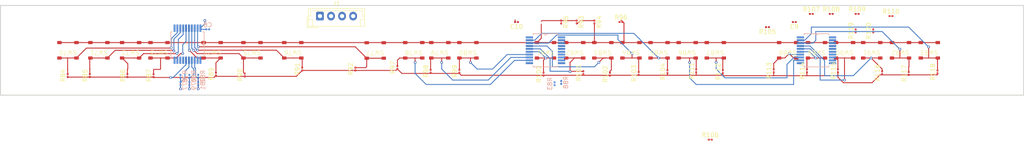
<source format=kicad_pcb>
(kicad_pcb (version 20241229) (generator "pcbnew") (generator_version "9.0")
  (layers (0 "F.Cu" signal) (2 "B.Cu" signal) (13 "F.Paste" user) (15 "B.Paste" user) (5 "F.SilkS" user "F.Silkscreen") (7 "B.SilkS" user "B.Silkscreen") (1 "F.Mask" user) (3 "B.Mask" user) (25 "Edge.Cuts" user))
  (net 0 "")
  (net 1 "Net-(U3-A1)")
  (net 2 "GND")
  (net 3 "Net-(U3-GP0)")
  (net 4 "VDD")
  (net 5 "Net-(U3-A0)")
  (net 6 "Net-(U3-A2)")
  (net 7 "Net-(U4-A0)")
  (net 8 "Net-(U3-GP1)")
  (net 9 "Net-(U3-GP2)")
  (net 10 "Net-(U3-GP3)")
  (net 11 "Net-(U3-GP4)")
  (net 12 "Net-(U3-GP5)")
  (net 13 "Net-(U3-GP6)")
  (net 14 "Net-(U3-GP7)")
  (net 15 "Net-(U4-A1)")
  (net 16 "Net-(U4-A2)")
  (net 17 "Net-(U4-GP0)")
  (net 18 "Net-(U4-GP1)")
  (net 19 "Net-(U4-GP2)")
  (net 20 "Net-(U4-GP3)")
  (net 21 "Net-(U4-GP4)")
  (net 22 "Net-(U4-GP5)")
  (net 23 "Net-(U4-GP6)")
  (net 24 "Net-(U4-GP7)")
  (net 25 "Net-(U5-A0)")
  (net 26 "Net-(U5-A1)")
  (net 27 "Net-(U5-A2)")
  (net 28 "Net-(U5-GP0)")
  (net 29 "Net-(U5-GP1)")
  (net 30 "Net-(U5-GP2)")
  (net 31 "Net-(U5-GP3)")
  (net 32 "Net-(U5-GP4)")
  (net 33 "Net-(U5-GP5)")
  (net 34 "Net-(U5-GP6)")
  (net 35 "Net-(U5-GP7)")
  (net 36 "SDA")
  (net 37 "SCL")
  (footprint "Library:PTS530" (layer "F.Cu") (at 240.645 106.25 180)
    (property "Reference" "SW91")
    (property "Value" "~")
  )
  (footprint "Library:PTS530" (layer "F.Cu") (at 79.645 106.25 180)
    (property "Reference" "SW73")
    (property "Value" "~")
  )
  (footprint "Capacitor_SMD:C_0201_0603Metric" (layer "F.Cu") (at 223.155 99.845 180)
    (property "Reference" "C9")
    (property "Value" "100nF")
  )
  (footprint "Resistor_SMD:R_0201_0603Metric" (layer "F.Cu") (at 188 111.5 90)
    (property "Reference" "R103")
    (property "Value" "4.7k")
  )
  (footprint "Resistor_SMD:R_0201_0603Metric" (layer "F.Cu") (at 243 111.345 90)
    (property "Reference" "R116")
    (property "Value" "4.7k")
  )
  (footprint "Resistor_SMD:R_0201_0603Metric" (layer "F.Cu") (at 217.0875 101 180)
    (property "Reference" "R105")
    (property "Value" "4.7k")
  )
  (footprint "Resistor_SMD:R_0201_0603Metric" (layer "F.Cu") (at 194.5 111.0875 90)
    (property "Reference" "R104")
    (property "Value" "4.7k")
  )
  (footprint "Resistor_SMD:R_0201_0603Metric" (layer "F.Cu") (at 226 110.9125 90)
    (property "Reference" "R114")
    (property "Value" "4.7k")
  )
  (footprint "Resistor_SMD:R_0201_0603Metric" (layer "F.Cu") (at 170.5 99.845 -90)
    (property "Reference" "R95")
    (property "Value" "4.7k")
  )
  (footprint "Library:PTS530" (layer "F.Cu") (at 66.07 106.25 180)
    (property "Reference" "SW71")
    (property "Value" "~")
  )
  (footprint "Resistor_SMD:R_0201_0603Metric" (layer "F.Cu") (at 166.5 111.655 90)
    (property "Reference" "R100")
    (property "Value" "4.7k")
  )
  (footprint "Library:PTS530" (layer "F.Cu") (at 234.515 106.25 180)
    (property "Reference" "SW90")
    (property "Value" "~")
  )
  (footprint "Library:PTS530" (layer "F.Cu") (at 91.645 106.25 180)
    (property "Reference" "SW74")
    (property "Value" "~")
  )
  (footprint "Resistor_SMD:R_0201_0603Metric" (layer "F.Cu") (at 174 99.845 -90)
    (property "Reference" "R93")
    (property "Value" "4.7k")
  )
  (footprint "Library:PTS530" (layer "F.Cu") (at 228.165 106.25 180)
    (property "Reference" "SW89")
    (property "Value" "~")
  )
  (footprint "Library:PTS530" (layer "F.Cu") (at 100.645 106.25 180)
    (property "Reference" "SW75")
    (property "Value" "~")
  )
  (footprint "Resistor_SMD:R_0201_0603Metric" (layer "F.Cu") (at 124 110.5 90)
    (property "Reference" "R92")
    (property "Value" "4.7k")
  )
  (footprint "Resistor_SMD:R_0201_0603Metric" (layer "F.Cu") (at 249 111.5 90)
    (property "Reference" "R117")
    (property "Value" "4.7k")
  )
  (footprint "Resistor_SMD:R_0201_0603Metric" (layer "F.Cu") (at 184 99.845)
    (property "Reference" "R96")
    (property "Value" "4.7k")
  )
  (footprint "Resistor_SMD:R_0201_0603Metric" (layer "F.Cu") (at 147.5 111 90)
    (property "Reference" "R99")
    (property "Value" "4.7k")
  )
  (footprint "Resistor_SMD:R_0201_0603Metric" (layer "F.Cu") (at 72.502787 111.98 90)
    (property "Reference" "R86")
    (property "Value" "4.7k" (hide yes))
  )
  (footprint "Library:PTS530" (layer "F.Cu") (at 173.555 106.25 180)
    (property "Reference" "SW82")
    (property "Value" "~")
  )
  (footprint "Library:PTS530" (layer "F.Cu") (at 149.425 106.25 180)
    (property "Reference" "SW80")
    (property "Value" "~")
  )
  (footprint "Resistor_SMD:R_0201_0603Metric" (layer "F.Cu") (at 237 101.845 90)
    (property "Reference" "R119")
    (property "Value" "4.7k")
  )
  (footprint "Resistor_SMD:R_0201_0603Metric" (layer "F.Cu") (at 227 98)
    (property "Reference" "R107")
    (property "Value" "4.7k")
  )
  (footprint "Library:PTS530" (layer "F.Cu") (at 192.605 106.25 180)
    (property "Reference" "SW85")
    (property "Value" "~")
  )
  (footprint "Library:PTS530" (layer "F.Cu") (at 109.865 106.25 180)
    (property "Reference" "SW76")
    (property "Value" "~")
  )
  (footprint "Resistor_SMD:R_0201_0603Metric" (layer "F.Cu") (at 201 110.9125 90)
    (property "Reference" "R111")
    (property "Value" "4.7k")
  )
  (footprint "Library:PTS530" (layer "F.Cu") (at 221.655 106.25 180)
    (property "Reference" "SW88")
    (property "Value" "~")
  )
  (footprint "Library:PTS530" (layer "F.Cu") (at 166.945 106.25 180)
    (property "Reference" "SW81")
    (property "Value" "~")
  )
  (footprint "Library:PTS530" (layer "F.Cu") (at 59.075 106.25 180)
    (property "Reference" "SW70")
    (property "Value" "~")
  )
  (footprint "Resistor_SMD:R_0201_0603Metric" (layer "F.Cu") (at 133.5 110.155 90)
    (property "Reference" "R97")
    (property "Value" "4.7k")
  )
  (footprint "Library:PTS530" (layer "F.Cu") (at 247.145 106.25 180)
    (property "Reference" "SW92")
    (property "Value" "~")
  )
  (footprint "Resistor_SMD:R_0201_0603Metric" (layer "F.Cu") (at 178 99.845 -90)
    (property "Reference" "R94")
    (property "Value" "4.7k")
  )
  (footprint "Resistor_SMD:R_0201_0603Metric" (layer "F.Cu") (at 78.4125 111.98 90)
    (property "Reference" "R87")
    (property "Value" "4.7k")
  )
  (footprint "Library:PTS530" (layer "F.Cu") (at 205.305 106.25 180)
    (property "Reference" "SW87")
    (property "Value" "~")
  )
  (footprint "Library:PTS530" (layer "F.Cu") (at 179.905 106.25 180)
    (property "Reference" "SW83")
    (property "Value" "~")
  )
  (footprint "Library:PTS530" (layer "F.Cu") (at 143.075 106.25 180)
    (property "Reference" "SW79")
    (property "Value" "~")
  )
  (footprint "Library:PTS530" (layer "F.Cu") (at 128.485 106.29 180)
    (property "Reference" "SW77")
    (property "Value" "~")
  )
  (footprint "Resistor_SMD:R_0201_0603Metric" (layer "F.Cu") (at 112 110.5 90)
    (property "Reference" "R91")
    (property "Value" "4.7k")
  )
  (footprint "Resistor_SMD:R_0201_0603Metric" (layer "F.Cu") (at 233 110.9125 90)
    (property "Reference" "R115")
    (property "Value" "4.7k")
  )
  (footprint "Resistor_SMD:R_0201_0603Metric" (layer "F.Cu") (at 245 98.5)
    (property "Reference" "R110")
    (property "Value" "4.7k")
  )
  (footprint "Resistor_SMD:R_0201_0603Metric" (layer "F.Cu") (at 241 101.845 90)
    (property "Reference" "R120")
    (property "Value" "4.7k")
  )
  (footprint "Capacitor_SMD:C_0201_0603Metric" (layer "F.Cu") (at 160.405 99.845 180)
    (property "Reference" "C10")
    (property "Value" "100nF")
  )
  (footprint "Resistor_SMD:R_0201_0603Metric" (layer "F.Cu") (at 141 111 90)
    (property "Reference" "R98")
    (property "Value" "4.7k")
  )
  (footprint "Resistor_SMD:R_0201_0603Metric" (layer "F.Cu") (at 255.5 111.155 90)
    (property "Reference" "R118")
    (property "Value" "4.7k")
  )
  (footprint "Resistor_SMD:R_0201_0603Metric" (layer "F.Cu") (at 175.5 111.345 90)
    (property "Reference" "R101")
    (property "Value" "4.7k")
  )
  (footprint "Resistor_SMD:R_0201_0603Metric" (layer "F.Cu") (at 218.5 110.9125 90)
    (property "Reference" "R113")
    (property "Value" "4.7k")
  )
  (footprint "Resistor_SMD:R_0201_0603Metric" (layer "F.Cu") (at 231.5 98)
    (property "Reference" "R108")
    (property "Value" "4.7k")
  )
  (footprint "Resistor_SMD:R_0201_0603Metric" (layer "F.Cu") (at 99 111.845 90)
    (property "Reference" "R90")
    (property "Value" "4.7k")
  )
  (footprint "Library:PTS530" (layer "F.Cu") (at 73.225 106.25 180)
    (property "Reference" "SW72")
    (property "Value" "~")
  )
  (footprint "Resistor_SMD:R_0201_0603Metric" (layer "F.Cu") (at 204.155 126.5)
    (property "Reference" "R106")
    (property "Value" "4.7k")
  )
  (footprint "Library:PTS530" (layer "F.Cu") (at 186.255 106.25 180)
    (property "Reference" "SW84")
    (property "Value" "~")
  )
  (footprint "Resistor_SMD:R_0201_0603Metric" (layer "F.Cu") (at 181.5 111.655 90)
    (property "Reference" "R102")
    (property "Value" "4.7k")
  )
  (footprint "Resistor_SMD:R_0201_0603Metric" (layer "F.Cu") (at 207 111.0875 90)
    (property "Reference" "R112")
    (property "Value" "4.7k")
  )
  (footprint "Resistor_SMD:R_0201_0603Metric" (layer "F.Cu") (at 237.345 98)
    (property "Reference" "R109")
    (property "Value" "4.7k")
  )
  (footprint "Library:PTS530" (layer "F.Cu") (at 253.645 106.25 180)
    (property "Reference" "SW93")
    (property "Value" "~")
  )
  (footprint "Resistor_SMD:R_0201_0603Metric" (layer "F.Cu") (at 59.008979 111.98 90)
    (property "Reference" "R84")
    (property "Value" "4.7k")
  )
  (footprint "Resistor_SMD:R_0201_0603Metric" (layer "F.Cu") (at 64.010856 111.98 90)
    (property "Reference" "R85")
    (property "Value" "4.7k")
  )
  (footprint "Resistor_SMD:R_0201_0603Metric" (layer "F.Cu") (at 92.5 111.655 90)
    (property "Reference" "R89")
    (property "Value" "4.7k")
  )
  (footprint "Connector_JST:JST_EH_B4B-EH-A_1x04_P2.50mm_Vertical" (layer "F.Cu") (at 116 98.5)
    (property "Reference" "J1")
    (property "Value" "Conn_01x04_Pin")
  )
  (footprint "Library:PTS530" (layer "F.Cu") (at 137.19 106.25 180)
    (property "Reference" "SW78")
    (property "Value" "~")
  )
  (footprint "Library:PTS530" (layer "F.Cu") (at 198.955 106.25 180)
    (property "Reference" "SW86")
    (property "Value" "~")
  )
  (footprint "Library:SOP65P780X200-20N" (layer "B.Cu") (at 228.165 106.25 180)
    (property "Reference" "U5" (hide yes))
    (property "Value" "MCP23008-E_SS" (hide yes))
  )
  (footprint "Resistor_SMD:R_0201_0603Metric" (layer "B.Cu") (at 84.5 113.835 90)
    (property "Reference" "R77")
    (property "Value" "4.7k")
  )
  (footprint "Resistor_SMD:R_0201_0603Metric" (layer "B.Cu") (at 84.5 112.18 90)
    (property "Reference" "R78")
    (property "Value" "4.7k")
  )
  (footprint "Capacitor_SMD:C_0201_0603Metric" (layer "B.Cu") (at 90.655 101.5 180)
    (property "Reference" "C8")
    (property "Value" "100nF")
  )
  (footprint "Library:SOP65P780X200-20N" (layer "B.Cu") (at 166.945 106.25 180)
    (property "Reference" "U4" (hide yes))
    (property "Value" "MCP23008-E_SS" (hide yes))
  )
  (footprint "Resistor_SMD:R_0201_0603Metric" (layer "B.Cu") (at 86.5 112.155 90)
    (property "Reference" "R80")
    (property "Value" "4.7k")
  )
  (footprint "Resistor_SMD:R_0201_0603Metric" (layer "B.Cu") (at 88.5 112.155 90)
    (property "Reference" "R82")
    (property "Value" "4.7k")
  )
  (footprint "Resistor_SMD:R_0201_0603Metric" (layer "B.Cu") (at 88.5 113.81 90)
    (property "Reference" "R81")
    (property "Value" "4.7k")
  )
  (footprint "Resistor_SMD:R_0201_0603Metric" (layer "B.Cu") (at 170.5 113.535 90)
    (property "Reference" "R88")
    (property "Value" "4.7k")
  )
  (footprint "Library:SOP65P780X200-20N" (layer "B.Cu") (at 86.079 104.8678 90)
    (property "Reference" "U3" (hide yes))
    (property "Value" "MCP23008-E_SS" (hide yes))
  )
  (footprint "Resistor_SMD:R_0201_0603Metric" (layer "B.Cu") (at 86.507148 113.804868 90)
    (property "Reference" "R79")
    (property "Value" "4.7k")
  )
  (footprint "Resistor_SMD:R_0201_0603Metric" (layer "B.Cu") (at 169 113.845 -90)
    (property "Reference" "R83")
    (property "Value" "4.7k")
  )
  (gr_rect (start 43.825 96.09) (end 274.965 116.41) (stroke (width 0.2)) (fill no) (layer "Edge.Cuts"))
  (segment (start 86.5 113.47772) (end 86.507148 113.484868) (width 0.2) (layer "B.Cu") (net 1))
  (segment (start 87.0442 108.5) (end 87.0442 110.0442) (width 0.2) (layer "B.Cu") (net 1))
  (segment (start 87.0442 110.0442) (end 87.5 110.5) (width 0.2) (layer "B.Cu") (net 1))
  (segment (start 87.5 110.5) (end 87.5 111.63487) (width 0.2) (layer "B.Cu") (net 1))
  (segment (start 86.65987 112.475) (end 86.5 112.475) (width 0.2) (layer "B.Cu") (net 1))
  (segment (start 86.5 112.475) (end 86.5 113.47772) (width 0.2) (layer "B.Cu") (net 1))
  (segment (start 87.5 111.63487) (end 86.65987 112.475) (width 0.2) (layer "B.Cu") (net 1))
  (segment (start 178 104.48) (end 177.98 104.5) (width 0.2) (layer "F.Cu") (net 2))
  (segment (start 184 99.525) (end 184.15987 99.525) (width 0.2) (layer "F.Cu") (net 2))
  (segment (start 178 100.165) (end 178 104.48) (width 0.2) (layer "F.Cu") (net 2))
  (segment (start 85.5 104.5) (end 255.57 104.5) (width 0.2) (layer "F.Cu") (net 2))
  (segment (start 166 103.52) (end 166 100.32) (width 0.2) (layer "F.Cu") (net 2))
  (segment (start 57.15 104.5) (end 85.5 104.5) (width 0.2) (layer "F.Cu") (net 2))
  (segment (start 184.15987 99.525) (end 184.68 100.04513) (width 0.2) (layer "F.Cu") (net 2))
  (segment (start 184.68 100.04513) (end 184.68 104.15) (width 0.2) (layer "F.Cu") (net 2))
  (segment (start 165.02 104.5) (end 166 103.52) (width 0.2) (layer "F.Cu") (net 2))
  (segment (start 184.68 104.15) (end 184.33 104.5) (width 0.2) (layer "F.Cu") (net 2))
  (segment (start 59.008979 110.508979) (end 59 110.5) (width 0.2) (layer "F.Cu") (net 3))
  (segment (start 82.4 105.65) (end 82.3 105.75) (width 0.2) (layer "F.Cu") (net 3))
  (segment (start 59 110.5) (end 59 108) (width 0.2) (layer "F.Cu") (net 3))
  (segment (start 57.15 108) (end 59 108) (width 0.2) (layer "F.Cu") (net 3))
  (segment (start 63.25 105.75) (end 61 108) (width 0.2) (layer "F.Cu") (net 3))
  (segment (start 59.008979 111.66) (end 59.008979 110.508979) (width 0.2) (layer "F.Cu") (net 3))
  (segment (start 82.3 105.75) (end 63.25 105.75) (width 0.2) (layer "F.Cu") (net 3))
  (segment (start 59 108) (end 61 108) (width 0.2) (layer "F.Cu") (net 3))
  (via (at 82.4 105.65) (size 0.6) (drill 0.3) (layers "F.Cu" "B.Cu") (net 3))
  (segment (start 82.4 105.65) (end 82.4 103.637) (width 0.2) (layer "B.Cu") (net 3))
  (segment (start 82.4 103.637) (end 83.793 102.244) (width 0.2) (layer "B.Cu") (net 3))
  (segment (start 83.793 102.244) (end 83.793 101.2356) (width 0.2) (layer "B.Cu") (net 3))
  (segment (start 110.655 112.165) (end 99 112.165) (width 0.2) (layer "F.Cu") (net 4))
  (segment (start 147.5 111.5) (end 147.9125 111.9125) (width 0.2) (layer "F.Cu") (net 4))
  (segment (start 82.25 112.4125) (end 84.5 112.4125) (width 0.2) (layer "F.Cu") (net 4))
  (segment (start 242.5 111.825) (end 255.5 111.825) (width 0.2) (layer "F.Cu") (net 4))
  (segment (start 133.5 110.5) (end 134.5 111.5) (width 0.2) (layer "F.Cu") (net 4))
  (segment (start 160.085 99.345) (end 160.085 99.845) (width 0.2) (layer "F.Cu") (net 4))
  (segment (start 240.724 113.601) (end 242.5 111.825) (width 0.2) (layer "F.Cu") (net 4))
  (segment (start 78.5 112.4125) (end 82.25 112.4125) (width 0.2) (layer "F.Cu") (net 4))
  (segment (start 255.5 111.825) (end 255.5 111.475) (width 0.2) (layer "F.Cu") (net 4))
  (segment (start 147.9125 111.9125) (end 194.5 111.9125) (width 0.2) (layer "F.Cu") (net 4))
  (segment (start 194.5 111.9125) (end 201 111.9125) (width 0.2) (layer "F.Cu") (net 4))
  (segment (start 226 111.2325) (end 226 112) (width 0.2) (layer "F.Cu") (net 4))
  (segment (start 86.5 115) (end 86.5 112.4125) (width 0.2) (layer "F.Cu") (net 4))
  (segment (start 226 112) (end 232.825 112) (width 0.2) (layer "F.Cu") (net 4))
  (segment (start 124 110.82) (end 112 110.82) (width 0.2) (layer "F.Cu") (net 4))
  (segment (start 233 111.825) (end 233 112.349943) (width 0.2) (layer "F.Cu") (net 4))
  (segment (start 232.825 112) (end 233 111.825) (width 0.2) (layer "F.Cu") (net 4))
  (segment (start 170.5 99.525) (end 174 99.525) (width 0.2) (layer "F.Cu") (net 4))
  (segment (start 88.5 115) (end 88.5 112.4125) (width 0.2) (layer "F.Cu") (net 4))
  (segment (start 134.5 111.5) (end 147.5 111.5) (width 0.2) (layer "F.Cu") (net 4))
  (segment (start 234.251057 113.601) (end 240.724 113.601) (width 0.2) (layer "F.Cu") (net 4))
  (segment (start 59 112.325) (end 78.4125 112.325) (width 0.2) (layer "F.Cu") (net 4))
  (segment (start 166.155 99.525) (end 170.5 99.525) (width 0.2) (layer "F.Cu") (net 4))
  (segment (start 84.5 115) (end 84.5 112.4125) (width 0.2) (layer "F.Cu") (net 4))
  (segment (start 78.4125 112.325) (end 78.5 112.4125) (width 0.2) (layer "F.Cu") (net 4))
  (segment (start 218.5 111.2325) (end 218.5 112) (width 0.2) (layer "F.Cu") (net 4))
  (segment (start 86.5 112.4125) (end 88.5 112.4125) (width 0.2) (layer "F.Cu") (net 4))
  (segment (start 206.9125 111.9125) (end 207 112) (width 0.2) (layer "F.Cu") (net 4))
  (segment (start 207 111.4075) (end 207 111.825) (width 0.2) (layer "F.Cu") (net 4))
  (segment (start 166 99.68) (end 166.155 99.525) (width 0.2) (layer "F.Cu") (net 4))
  (segment (start 207 112) (end 218.5 112) (width 0.2) (layer "F.Cu") (net 4))
  (segment (start 92.2475 112.165) (end 99 112.165) (width 0.2) (layer "F.Cu") (net 4))
  (segment (start 194.5 111.4075) (end 194.5 111.9125) (width 0.2) (layer "F.Cu") (net 4))
  (segment (start 233 111.2325) (end 233 111.825) (width 0.2) (layer "F.Cu") (net 4))
  (segment (start 233 112.349943) (end 234.251057 113.601) (width 0.2) (layer "F.Cu") (net 4))
  (segment (start 88.5 112.4125) (end 92.0625 112.4125) (width 0.2) (layer "F.Cu") (net 4))
  (segment (start 92.0625 112.4125) (end 92.5 111.975) (width 0.2) (layer "F.Cu") (net 4))
  (segment (start 201 111.9125) (end 206.9125 111.9125) (width 0.2) (layer "F.Cu") (net 4))
  (segment (start 207 111.825) (end 206.9125 111.9125) (width 0.2) (layer "F.Cu") (net 4))
  (segment (start 133.155 110.82) (end 124 110.82) (width 0.2) (layer "F.Cu") (net 4))
  (segment (start 201 111.2325) (end 201 111.9125) (width 0.2) (layer "F.Cu") (net 4))
  (segment (start 133.5 110.475) (end 133.155 110.82) (width 0.2) (layer "F.Cu") (net 4))
  (segment (start 112 110.82) (end 110.655 112.165) (width 0.2) (layer "F.Cu") (net 4))
  (segment (start 218.5 112) (end 226 112) (width 0.2) (layer "F.Cu") (net 4))
  (segment (start 84.5 112.4125) (end 86.5 112.4125) (width 0.2) (layer "F.Cu") (net 4))
  (via (at 82.25 112.4125) (size 0.6) (drill 0.3) (layers "F.Cu" "B.Cu") (net 4))
  (via (at 88.5 115) (size 0.6) (drill 0.3) (layers "F.Cu" "B.Cu") (net 4))
  (via (at 90 99.5) (size 0.6) (drill 0.3) (layers "F.Cu" "B.Cu") (net 4))
  (via (at 86.5 115) (size 0.6) (drill 0.3) (layers "F.Cu" "B.Cu") (net 4))
  (via (at 84.5 115) (size 0.6) (drill 0.3) (layers "F.Cu" "B.Cu") (net 4))
  (segment (start 89.2644 101.5) (end 89 101.2356) (width 0.2) (layer "B.Cu") (net 4))
  (segment (start 84.5 114.155) (end 84.5 115) (width 0.2) (layer "B.Cu") (net 4))
  (segment (start 90 99.5) (end 90 100.2356) (width 0.2) (layer "B.Cu") (net 4))
  (segment (start 86.51228 114.13) (end 86.507148 114.124868) (width 0.2) (layer "B.Cu") (net 4))
  (segment (start 84.5 114.155) (end 84.5 114.046) (width 0.2) (layer "B.Cu") (net 4))
  (segment (start 90.335 101.5) (end 89.2644 101.5) (width 0.2) (layer "B.Cu") (net 4))
  (segment (start 90 100.2356) (end 89 101.2356) (width 0.2) (layer "B.Cu") (net 4))
  (segment (start 85.7488 108.5) (end 85.7488 109.5012) (width 0.2) (layer "B.Cu") (net 4))
  (segment (start 88.5 115) (end 88.5 114.13) (width 0.2) (layer "B.Cu") (net 4))
  (segment (start 85.7488 109.5012) (end 82.8375 112.4125) (width 0.2) (layer "B.Cu") (net 4))
  (segment (start 86.5 114.132016) (end 86.507148 114.124868) (width 0.2) (layer "B.Cu") (net 4))
  (segment (start 82.8375 112.4125) (end 82.25 112.4125) (width 0.2) (layer "B.Cu") (net 4))
  (segment (start 86.5 115) (end 86.5 114.132016) (width 0.2) (layer "B.Cu") (net 4))
  (segment (start 85.5 111) (end 85.5 112.515) (width 0.2) (layer "B.Cu") (net 5))
  (segment (start 85.5 112.515) (end 84.5 113.515) (width 0.2) (layer "B.Cu") (net 5))
  (segment (start 86.4092 110.0908) (end 85.5 111) (width 0.2) (layer "B.Cu") (net 5))
  (segment (start 86.4092 108.5) (end 86.4092 110.0908) (width 0.2) (layer "B.Cu") (net 5))
  (segment (start 84.5 112.5) (end 84.5 113.515) (width 0.2) (layer "B.Cu") (net 5))
  (segment (start 88.5 112.475) (end 88.5 113.49) (width 0.2) (layer "B.Cu") (net 6))
  (segment (start 88.300001 112.475) (end 87.901 112.075999) (width 0.2) (layer "B.Cu") (net 6))
  (segment (start 87.901 112.075999) (end 87.901 110.3339) (width 0.2) (layer "B.Cu") (net 6))
  (segment (start 87.901 110.3339) (end 87.7046 110.1375) (width 0.2) (layer "B.Cu") (net 6))
  (segment (start 88.5 112.475) (end 88.300001 112.475) (width 0.2) (layer "B.Cu") (net 6))
  (segment (start 87.7046 110.1375) (end 87.7046 108.5) (width 0.2) (layer "B.Cu") (net 6))
  (segment (start 82.85 106.25) (end 69.745 106.25) (width 0.2) (layer "F.Cu") (net 8))
  (segment (start 83 106.4) (end 82.85 106.25) (width 0.2) (layer "F.Cu") (net 8))
  (segment (start 64.145 108) (end 66 108) (width 0.2) (layer "F.Cu") (net 8))
  (segment (start 64.010856 111.66) (end 64.010856 110.510856) (width 0.2) (layer "F.Cu") (net 8))
  (segment (start 64 108.145) (end 64.145 108) (width 0.2) (layer "F.Cu") (net 8))
  (segment (start 64 110.5875) (end 64 110.5) (width 0.2) (layer "F.Cu") (net 8))
  (segment (start 69.745 106.25) (end 67.995 108) (width 0.2) (layer "F.Cu") (net 8))
  (segment (start 66 108) (end 67.995 108) (width 0.2) (layer "F.Cu") (net 8))
  (segment (start 64 110.5) (end 64 108.145) (width 0.2) (layer "F.Cu") (net 8))
  (segment (start 64.010856 110.510856) (end 64 110.5) (width 0.2) (layer "F.Cu") (net 8))
  (via (at 83 106.4) (size 0.6) (drill 0.3) (layers "F.Cu" "B.Cu") (net 8))
  (segment (start 83 103.7145) (end 84.4534 102.2611) (width 0.2) (layer "B.Cu") (net 8))
  (segment (start 84.4534 102.2611) (end 84.4534 101.2356) (width 0.2) (layer "B.Cu") (net 8))
  (segment (start 83 106.4) (end 83 103.7145) (width 0.2) (layer "B.Cu") (net 8))
  (segment (start 83.700735 106.950735) (end 83.65147 107) (width 0.2) (layer "F.Cu") (net 9))
  (segment (start 74 108) (end 71.3 108) (width 0.2) (layer "F.Cu") (net 9))
  (segment (start 74.004183 108) (end 75.15 108) (width 0.2) (layer "F.Cu") (net 9))
  (segment (start 72.5875 109.2875) (end 71.3 108) (width 0.2) (layer "F.Cu") (net 9))
  (segment (start 72.54375 110.54375) (end 72.5875 110.5) (width 0.2) (layer "F.Cu") (net 9))
  (segment (start 72.5 110.5875) (end 72.54375 110.54375) (width 0.2) (layer "F.Cu") (net 9))
  (segment (start 83.65147 107) (end 76.15 107) (width 0.2) (layer "F.Cu") (net 9))
  (segment (start 72.502787 111.66) (end 72.502787 110.584713) (width 0.2) (layer "F.Cu") (net 9))
  (segment (start 76.15 107) (end 75.15 108) (width 0.2) (layer "F.Cu") (net 9))
  (segment (start 72.5875 110.5) (end 72.5875 109.2875) (width 0.2) (layer "F.Cu") (net 9))
  (segment (start 74.004183 108.004183) (end 74 108) (width 0.2) (layer "F.Cu") (net 9))
  (segment (start 72.502787 110.584713) (end 72.54375 110.54375) (width 0.2) (layer "F.Cu") (net 9))
  (via (at 83.700735 106.950735) (size 0.6) (drill 0.3) (layers "F.Cu" "B.Cu") (net 9))
  (segment (start 85.1138 102.6684) (end 85.1138 101.2356) (width 0.2) (layer "B.Cu") (net 9))
  (segment (start 83.700735 106.950735) (end 84 106.65147) (width 0.2) (layer "B.Cu") (net 9))
  (segment (start 84 103.7822) (end 85.1138 102.6684) (width 0.2) (layer "B.Cu") (net 9))
  (segment (start 84 106.65147) (end 84 103.7822) (width 0.2) (layer "B.Cu") (net 9))
  (segment (start 78.4125 111.66) (end 78.4125 110.675) (width 0.2) (layer "F.Cu") (net 10))
  (segment (start 78.5 110.5875) (end 79.9125 110.5875) (width 0.2) (layer "F.Cu") (net 10))
  (segment (start 83.5 108) (end 81.57 108) (width 0.2) (layer "F.Cu") (net 10))
  (segment (start 85 107) (end 84.5 107) (width 0.2) (layer "F.Cu") (net 10))
  (segment (start 80 108) (end 80 110.5) (width 0.2) (layer "F.Cu") (net 10))
  (segment (start 84.5 107) (end 83.5 108) (width 0.2) (layer "F.Cu") (net 10))
  (segment (start 78.4125 110.675) (end 78.5 110.5875) (width 0.2) (layer "F.Cu") (net 10))
  (segment (start 77.72 108) (end 80 108) (width 0.2) (layer "F.Cu") (net 10))
  (segment (start 80 108) (end 81.57 108) (width 0.2) (layer "F.Cu") (net 10))
  (via (at 85 107) (size 0.6) (drill 0.3) (layers "F.Cu" "B.Cu") (net 10))
  (segment (start 85 105) (end 85.75 104.25) (width 0.2) (layer "B.Cu") (net 10))
  (segment (start 85 107) (end 85 105) (width 0.2) (layer "B.Cu") (net 10))
  (segment (start 85.7488 103.7488) (end 85.7488 101.2356) (width 0.2) (layer "B.Cu") (net 10))
  (segment (start 85.75 103.75) (end 85.7488 103.7488) (width 0.2) (layer "B.Cu") (net 10))
  (segment (start 85.75 104.25) (end 85.75 103.75) (width 0.2) (layer "B.Cu") (net 10))
  (segment (start 89.72 108) (end 91.5 108) (width 0.2) (layer "F.Cu") (net 11))
  (segment (start 91.5 108) (end 93.57 108) (width 0.2) (layer "F.Cu") (net 11))
  (segment (start 92.5 111.335) (end 92.5 109.07) (width 0.2) (layer "F.Cu") (net 11))
  (segment (start 92.5 109.07) (end 93.57 108) (width 0.2) (layer "F.Cu") (net 11))
  (segment (start 88.25 108) (end 86.5 106.25) (width 0.2) (layer "F.Cu") (net 11))
  (segment (start 89.72 108) (end 88.25 108) (width 0.2) (layer "F.Cu") (net 11))
  (via (at 86.5 106.25) (size 0.6) (drill 0.3) (layers "F.Cu" "B.Cu") (net 11))
  (segment (start 86.4092 101.2356) (end 86.4092 106.1592) (width 0.2) (layer "B.Cu") (net 11))
  (segment (start 86.4092 106.1592) (end 86.5 106.25) (width 0.2) (layer "B.Cu") (net 11))
  (segment (start 100 108) (end 101 108) (width 0.2) (layer "F.Cu") (net 12))
  (segment (start 97.72 107) (end 88.25 107) (width 0.2) (layer "F.Cu") (net 12))
  (segment (start 88.25 107) (end 87.5 106.25) (width 0.2) (layer "F.Cu") (net 12))
  (segment (start 98.72 108) (end 98.72 111.245) (width 0.2) (layer "F.Cu") (net 12))
  (segment (start 98.72 108) (end 97.72 107) (width 0.2) (layer "F.Cu") (net 12))
  (segment (start 98.72 111.245) (end 99 111.525) (width 0.2) (layer "F.Cu") (net 12))
  (segment (start 101 108) (end 102.57 108) (width 0.2) (layer "F.Cu") (net 12))
  (segment (start 98.72 108) (end 100 108) (width 0.2) (layer "F.Cu") (net 12))
  (via (at 87.5 106.25) (size 0.6) (drill 0.3) (layers "F.Cu" "B.Cu") (net 12))
  (segment (start 87.5 106.25) (end 87.0442 105.7942) (width 0.2) (layer "B.Cu") (net 12))
  (segment (start 87.0442 105.7942) (end 87.0442 101.2356) (width 0.2) (layer "B.Cu") (net 12))
  (segment (start 107.94 108) (end 110 108) (width 0.2) (layer "F.Cu") (net 13))
  (segment (start 112 110.18) (end 112 108.21) (width 0.2) (layer "F.Cu") (net 13))
  (segment (start 107.94 108) (end 106.165737 106.225737) (width 0.2) (layer "F.Cu") (net 13))
  (segment (start 110 108) (end 111.79 108) (width 0.2) (layer "F.Cu") (net 13))
  (segment (start 106.165737 106.225737) (end 88.324266 106.225737) (width 0.2) (layer "F.Cu") (net 13))
  (segment (start 112 108.21) (end 111.79 108) (width 0.2) (layer "F.Cu") (net 13))
  (via (at 88.324266 106.225737) (size 0.6) (drill 0.3) (layers "F.Cu" "B.Cu") (net 13))
  (segment (start 87.7046 105.606071) (end 87.7046 101.2356) (width 0.2) (layer "B.Cu") (net 13))
  (segment (start 88.324266 106.225737) (end 87.7046 105.606071) (width 0.2) (layer "B.Cu") (net 13))
  (segment (start 126.32 110.18) (end 126.56 109.94) (width 0.2) (layer "F.Cu") (net 14))
  (segment (start 123.968205 105.448205) (end 88.512542 105.448205) (width 0.2) (layer "F.Cu") (net 14))
  (segment (start 126.56 108.04) (end 128 108.04) (width 0.2) (layer "F.Cu") (net 14))
  (segment (start 128 108.04) (end 130.41 108.04) (width 0.2) (layer "F.Cu") (net 14))
  (segment (start 126.56 109.94) (end 126.56 108.04) (width 0.2) (layer "F.Cu") (net 14))
  (segment (start 124 110.18) (end 126.32 110.18) (width 0.2) (layer "F.Cu") (net 14))
  (segment (start 126.56 108.04) (end 123.968205 105.448205) (width 0.2) (layer "F.Cu") (net 14))
  (via (at 88.512542 105.448205) (size 0.6) (drill 0.3) (layers "F.Cu" "B.Cu") (net 14))
  (segment (start 88.512542 105.448205) (end 88.365 105.300663) (width 0.2) (layer "B.Cu") (net 14))
  (segment (start 88.365 105.300663) (end 88.365 101.2356) (width 0.2) (layer "B.Cu") (net 14))
  (segment (start 174.15987 100.165) (end 174 100.165) (width 0.2) (layer "F.Cu") (net 15))
  (segment (start 174.79987 99.525) (end 174.15987 100.165) (width 0.2) (layer "F.Cu") (net 15))
  (segment (start 178 99.525) (end 174.79987 99.525) (width 0.2) (layer "F.Cu") (net 15))
  (segment (start 137.5 108) (end 135.265 108) (width 0.2) (layer "F.Cu") (net 17))
  (segment (start 137.5 108) (end 139.115 108) (width 0.2) (layer "F.Cu") (net 17))
  (segment (start 133.5 108.5) (end 134 108) (width 0.2) (layer "F.Cu") (net 17))
  (segment (start 137.5 109) (end 137.5 108) (width 0.2) (layer "F.Cu") (net 17))
  (segment (start 134 108) (end 135.265 108) (width 0.2) (layer "F.Cu") (net 17))
  (segment (start 133.5 109.835) (end 133.5 108.5) (width 0.2) (layer "F.Cu") (net 17))
  (via (at 137.5 109) (size 0.6) (drill 0.3) (layers "F.Cu" "B.Cu") (net 17))
  (segment (start 159.964 108.536) (end 163.3128 108.536) (width 0.2) (layer "B.Cu") (net 17))
  (segment (start 140 114) (end 154.5 114) (width 0.2) (layer "B.Cu") (net 17))
  (segment (start 137.5 109) (end 137.5 111.5) (width 0.2) (layer "B.Cu") (net 17))
  (segment (start 154.5 114) (end 159.964 108.536) (width 0.2) (layer "B.Cu") (net 17))
  (segment (start 137.5 111.5) (end 140 114) (width 0.2) (layer "B.Cu") (net 17))
  (segment (start 141 110.68) (end 141 108.15) (width 0.2) (layer "F.Cu") (net 18))
  (segment (start 141.15 108) (end 143.5 108) (width 0.2) (layer "F.Cu") (net 18))
  (segment (start 143.5 108) (end 145 108) (width 0.2) (layer "F.Cu") (net 18))
  (segment (start 143.5 109) (end 143.5 108) (width 0.2) (layer "F.Cu") (net 18))
  (segment (start 141 108.15) (end 141.15 108) (width 0.2) (layer "F.Cu") (net 18))
  (via (at 143.5 109) (size 0.6) (drill 0.3) (layers "F.Cu" "B.Cu") (net 18))
  (segment (start 154 113) (end 159.1244 107.8756) (width 0.2) (layer "B.Cu") (net 18))
  (segment (start 159.1244 107.8756) (end 163.3128 107.8756) (width 0.2) (layer "B.Cu") (net 18))
  (segment (start 143.5 109) (end 143.5 110.5) (width 0.2) (layer "B.Cu") (net 18))
  (segment (start 146 113) (end 154 113) (width 0.2) (layer "B.Cu") (net 18))
  (segment (start 143.5 110.5) (end 146 113) (width 0.2) (layer "B.Cu") (net 18))
  (segment (start 147.5 110.68) (end 147.5 108) (width 0.2) (layer "F.Cu") (net 19))
  (segment (start 150 108) (end 151.35 108) (width 0.2) (layer "F.Cu") (net 19))
  (segment (start 147.5 108) (end 150 108) (width 0.2) (layer "F.Cu") (net 19))
  (segment (start 150 109) (end 150 108) (width 0.2) (layer "F.Cu") (net 19))
  (via (at 150 109) (size 0.6) (drill 0.3) (layers "F.Cu" "B.Cu") (net 19))
  (segment (start 155 110.5) (end 158.2848 107.2152) (width 0.2) (layer "B.Cu") (net 19))
  (segment (start 151.5 110.5) (end 155 110.5) (width 0.2) (layer "B.Cu") (net 19))
  (segment (start 150 109) (end 151.5 110.5) (width 0.2) (layer "B.Cu") (net 19))
  (segment (start 158.2848 107.2152) (end 163.3128 107.2152) (width 0.2) (layer "B.Cu") (net 19))
  (segment (start 167 108) (end 168.87 108) (width 0.2) (layer "F.Cu") (net 20))
  (segment (start 165.02 108) (end 167 108) (width 0.2) (layer "F.Cu") (net 20))
  (segment (start 166.5 111.335) (end 166.5 108.5) (width 0.2) (layer "F.Cu") (net 20))
  (segment (start 166.5 108.5) (end 167 108) (width 0.2) (layer "F.Cu") (net 20))
  (via (at 167 108) (size 0.6) (drill 0.3) (layers "F.Cu" "B.Cu") (net 20))
  (segment (start 163.3128 106.5802) (end 165.5802 106.5802) (width 0.2) (layer "B.Cu") (net 20))
  (segment (start 165.5802 106.5802) (end 167 108) (width 0.2) (layer "B.Cu") (net 20))
  (segment (start 173.5 108) (end 175 108) (width 0.2) (layer "F.Cu") (net 21))
  (segment (start 175 108) (end 175.48 108) (width 0.2) (layer "F.Cu") (net 21))
  (segment (start 172.5 109) (end 173.5 108) (width 0.2) (layer "F.Cu") (net 21))
  (segment (start 172.575 111.025) (end 172.5 111.1) (width 0.2) (layer "F.Cu") (net 21))
  (segment (start 175.5 111.025) (end 172.575 111.025) (width 0.2) (layer "F.Cu") (net 21))
  (segment (start 171.63 108) (end 175 108) (width 0.2) (layer "F.Cu") (net 21))
  (segment (start 172.5 111.1) (end 172.5 109) (width 0.2) (layer "F.Cu") (net 21))
  (via (at 172.5 111.1) (size 0.6) (drill 0.3) (layers "F.Cu" "B.Cu") (net 21))
  (segment (start 168 111) (end 172.4 111) (width 0.2) (layer "B.Cu") (net 21))
  (segment (start 168 108.150057) (end 168 111) (width 0.2) (layer "B.Cu") (net 21))
  (segment (start 163.3128 105.9198) (end 165.769743 105.9198) (width 0.2) (layer "B.Cu") (net 21))
  (segment (start 172.4 111) (end 172.5 111.1) (width 0.2) (layer "B.Cu") (net 21))
  (segment (start 165.769743 105.9198) (end 168 108.150057) (width 0.2) (layer "B.Cu") (net 21))
  (segment (start 177.98 108) (end 180.5 108) (width 0.2) (layer "F.Cu") (net 22))
  (segment (start 181.83 110.67) (end 181.83 108) (width 0.2) (layer "F.Cu") (net 22))
  (segment (start 181.5 111) (end 181.83 110.67) (width 0.2) (layer "F.Cu") (net 22))
  (segment (start 179 109) (end 180 108) (width 0.2) (layer "F.Cu") (net 22))
  (segment (start 180.5 108) (end 181.83 108) (width 0.2) (layer "F.Cu") (net 22))
  (segment (start 180 108) (end 180.5 108) (width 0.2) (layer "F.Cu") (net 22))
  (segment (start 181.5 111.335) (end 181.5 111) (width 0.2) (layer "F.Cu") (net 22))
  (via (at 179 109) (size 0.6) (drill 0.3) (layers "F.Cu" "B.Cu") (net 22))
  (segment (start 178 110) (end 168.5 110) (width 0.2) (layer "B.Cu") (net 22))
  (segment (start 168.5 106.5) (end 167.2848 105.2848) (width 0.2) (layer "B.Cu") (net 22))
  (segment (start 168.5 110) (end 168.5 106.5) (width 0.2) (layer "B.Cu") (net 22))
  (segment (start 167.2848 105.2848) (end 163.3128 105.2848) (width 0.2) (layer "B.Cu") (net 22))
  (segment (start 179 109) (end 178 110) (width 0.2) (layer "B.Cu") (net 22))
  (segment (start 184.33 108) (end 186.5 108) (width 0.2) (layer "F.Cu") (net 23))
  (segment (start 186.5 108) (end 186.5 107) (width 0.2) (layer "F.Cu") (net 23))
  (segment (start 186.5 108) (end 188.18 108) (width 0.2) (layer "F.Cu") (net 23))
  (segment (start 188 108.18) (end 188.18 108) (width 0.2) (layer "F.Cu") (net 23))
  (segment (start 188 111.18) (end 188 108.18) (width 0.2) (layer "F.Cu") (net 23))
  (via (at 186.5 107) (size 0.6) (drill 0.3) (layers "F.Cu" "B.Cu") (net 23))
  (segment (start 183.3121 102.8121) (end 169.4507 102.8121) (width 0.2) (layer "B.Cu") (net 23))
  (segment (start 169.4507 102.8121) (end 167.6384 104.6244) (width 0.2) (layer "B.Cu") (net 23))
  (segment (start 183.3121 102.8121) (end 183.3121 103.8121) (width 0.2) (layer "B.Cu") (net 23))
  (segment (start 167.6384 104.6244) (end 163.3128 104.6244) (width 0.2) (layer "B.Cu") (net 23))
  (segment (start 183.3121 103.8121) (end 186.5 107) (width 0.2) (layer "B.Cu") (net 23))
  (segment (start 190.68 108) (end 192.5 108) (width 0.2) (layer "F.Cu") (net 24))
  (segment (start 194.5 108.03) (end 194.53 108) (width 0.2) (layer "F.Cu") (net 24))
  (segment (start 192.5 108) (end 194.53 108) (width 0.2) (layer "F.Cu") (net 24))
  (segment (start 194.5 110.7675) (end 194.5 108.03) (width 0.2) (layer "F.Cu") (net 24))
  (via (at 192.5 108) (size 0.6) (drill 0.3) (layers "F.Cu" "B.Cu") (net 24))
  (segment (start 166.0889 102.4111) (end 186.9111 102.4111) (width 0.2) (layer "B.Cu") (net 24))
  (segment (start 164.536 103.964) (end 166.0889 102.4111) (width 0.2) (layer "B.Cu") (net 24))
  (segment (start 186.9111 102.4111) (end 192.5 108) (width 0.2) (layer "B.Cu") (net 24))
  (segment (start 163.3128 103.964) (end 164.536 103.964) (width 0.2) (layer "B.Cu") (net 24))
  (segment (start 199.5 109) (end 199.5 108) (width 0.2) (layer "F.Cu") (net 28))
  (segment (start 201 108.12) (end 200.88 108) (width 0.2) (layer "F.Cu") (net 28))
  (segment (start 197.03 108) (end 199.5 108) (width 0.2) (layer "F.Cu") (net 28))
  (segment (start 201 110.5925) (end 201 108.12) (width 0.2) (layer "F.Cu") (net 28))
  (segment (start 199.5 108) (end 200.88 108) (width 0.2) (layer "F.Cu") (net 28))
  (via (at 199.5 109) (size 0.6) (drill 0.3) (layers "F.Cu" "B.Cu") (net 28))
  (segment (start 199.5 112.5) (end 201 114) (width 0.2) (layer "B.Cu") (net 28))
  (segment (start 201 114) (end 223 114) (width 0.2) (layer "B.Cu") (net 28))
  (segment (start 223 114) (end 223 108.572) (width 0.2) (layer "B.Cu") (net 28))
  (segment (start 199.5 109) (end 199.5 112.5) (width 0.2) (layer "B.Cu") (net 28))
  (segment (start 222.964 108.536) (end 224.5328 108.536) (width 0.2) (layer "B.Cu") (net 28))
  (segment (start 223 108.572) (end 222.964 108.536) (width 0.2) (layer "B.Cu") (net 28))
  (segment (start 205.5 108) (end 207.23 108) (width 0.2) (layer "F.Cu") (net 29))
  (segment (start 203.38 108) (end 205.5 108) (width 0.2) (layer "F.Cu") (net 29))
  (segment (start 207 110.7675) (end 207 108.23) (width 0.2) (layer "F.Cu") (net 29))
  (segment (start 205.5 109) (end 205.5 108) (width 0.2) (layer "F.Cu") (net 29))
  (segment (start 207 108.23) (end 207.23 108) (width 0.2) (layer "F.Cu") (net 29))
  (via (at 205.5 109) (size 0.6) (drill 0.3) (layers "F.Cu" "B.Cu") (net 29))
  (segment (start 223.0573 107.8756) (end 224.5328 107.8756) (width 0.2) (layer "B.Cu") (net 29))
  (segment (start 205.5 109) (end 205.5 110.5) (width 0.2) (layer "B.Cu") (net 29))
  (segment (start 207.5 112.5) (end 221.5 112.5) (width 0.2) (layer "B.Cu") (net 29))
  (segment (start 221.5 112.5) (end 221.5 109.4329) (width 0.2) (layer "B.Cu") (net 29))
  (segment (start 221.5 109.4329) (end 223.0573 107.8756) (width 0.2) (layer "B.Cu") (net 29))
  (segment (start 205.5 110.5) (end 207.5 112.5) (width 0.2) (layer "B.Cu") (net 29))
  (segment (start 219.73 108) (end 221 108) (width 0.2) (layer "F.Cu") (net 30))
  (segment (start 218.5 110.5925) (end 218.5 109.23) (width 0.2) (layer "F.Cu") (net 30))
  (segment (start 223 108) (end 223.58 108) (width 0.2) (layer "F.Cu") (net 30))
  (segment (start 218.5 109.23) (end 219.73 108) (width 0.2) (layer "F.Cu") (net 30))
  (segment (start 222 107) (end 223 108) (width 0.2) (layer "F.Cu") (net 30))
  (segment (start 221 108) (end 222 107) (width 0.2) (layer "F.Cu") (net 30))
  (via (at 222 107) (size 0.6) (drill 0.3) (layers "F.Cu" "B.Cu") (net 30))
  (segment (start 222.2152 107.2152) (end 222 107) (width 0.2) (layer "B.Cu") (net 30))
  (segment (start 224.5328 107.2152) (end 222.2152 107.2152) (width 0.2) (layer "B.Cu") (net 30))
  (segment (start 226 108.24) (end 226.24 108) (width 0.2) (layer "F.Cu") (net 31))
  (segment (start 226.24 108) (end 228 108) (width 0.2) (layer "F.Cu") (net 31))
  (segment (start 228 108) (end 230.09 108) (width 0.2) (layer "F.Cu") (net 31))
  (segment (start 226 110.5925) (end 226 108.24) (width 0.2) (layer "F.Cu") (net 31))
  (via (at 228 108) (size 0.6) (drill 0.3) (layers "F.Cu" "B.Cu") (net 31))
  (segment (start 226.5802 106.5802) (end 228 108) (width 0.2) (layer "B.Cu") (net 31))
  (segment (start 224.5328 106.5802) (end 226.5802 106.5802) (width 0.2) (layer "B.Cu") (net 31))
  (segment (start 234.5 108) (end 236.44 108) (width 0.2) (layer "F.Cu") (net 32))
  (segment (start 234.5 113) (end 234.5 108) (width 0.2) (layer "F.Cu") (net 32))
  (segment (start 233 108.41) (end 232.59 108) (width 0.2) (layer "F.Cu") (net 32))
  (segment (start 233 110.5925) (end 233 108.41) (width 0.2) (layer "F.Cu") (net 32))
  (segment (start 232.59 108) (end 234.5 108) (width 0.2) (layer "F.Cu") (net 32))
  (via (at 234.5 113) (size 0.6) (drill 0.3) (layers "F.Cu" "B.Cu") (net 32))
  (segment (start 226.769743 105.9198) (end 224.5328 105.9198) (width 0.2) (layer "B.Cu") (net 32))
  (segment (start 234.5 113) (end 229 113) (width 0.2) (layer "B.Cu") (net 32))
  (segment (start 229 108.150057) (end 226.769743 105.9198) (width 0.2) (layer "B.Cu") (net 32))
  (segment (start 229 113) (end 229 108.150057) (width 0.2) (layer "B.Cu") (net 32))
  (segment (start 243 110.5) (end 240.5 108) (width 0.2) (layer "F.Cu") (net 33))
  (segment (start 238.72 108) (end 240.5 108) (width 0.2) (layer "F.Cu") (net 33))
  (segment (start 243 111.025) (end 243 110.5) (width 0.2) (layer "F.Cu") (net 33))
  (segment (start 240.5 108) (end 242.57 108) (width 0.2) (layer "F.Cu") (net 33))
  (via (at 240.5 108) (size 0.6) (drill 0.3) (layers "F.Cu" "B.Cu") (net 33))
  (segment (start 230 112) (end 236.5 112) (width 0.2) (layer "B.Cu") (net 33))
  (segment (start 230 108.582957) (end 230 112) (width 0.2) (layer "B.Cu") (net 33))
  (segment (start 226.701843 105.2848) (end 230 108.582957) (width 0.2) (layer "B.Cu") (net 33))
  (segment (start 224.5328 105.2848) (end 226.701843 105.2848) (width 0.2) (layer "B.Cu") (net 33))
  (segment (start 236.5 112) (end 240.5 108) (width 0.2) (layer "B.Cu") (net 33))
  (segment (start 249 111.18) (end 249 110) (width 0.2) (layer "F.Cu") (net 34))
  (segment (start 245.22 108) (end 247 108) (width 0.2) (layer "F.Cu") (net 34))
  (segment (start 247 108) (end 247 106) (width 0.2) (layer "F.Cu") (net 34))
  (segment (start 247 108) (end 249.07 108) (width 0.2) (layer "F.Cu") (net 34))
  (segment (start 249 110) (end 249.07 109.93) (width 0.2) (layer "F.Cu") (net 34))
  (segment (start 249.07 109.93) (end 249.07 108) (width 0.2) (layer "F.Cu") (net 34))
  (via (at 247 106) (size 0.6) (drill 0.3) (layers "F.Cu" "B.Cu") (net 34))
  (segment (start 228 102) (end 243 102) (width 0.2) (layer "B.Cu") (net 34))
  (segment (start 224.5328 104.6244) (end 227.3756 104.6244) (width 0.2) (layer "B.Cu") (net 34))
  (segment (start 227.3756 104.6244) (end 228 104) (width 0.2) (layer "B.Cu") (net 34))
  (segment (start 228 104) (end 228 102) (width 0.2) (layer "B.Cu") (net 34))
  (segment (start 243 102) (end 247 106) (width 0.2) (layer "B.Cu") (net 34))
  (segment (start 255.5 110.5925) (end 255.5 108.07) (width 0.2) (layer "F.Cu") (net 35))
  (segment (start 253.5 108) (end 253.5 105.5) (width 0.2) (layer "F.Cu") (net 35))
  (segment (start 253.5 108) (end 255.57 108) (width 0.2) (layer "F.Cu") (net 35))
  (segment (start 251.72 108) (end 253.5 108) (width 0.2) (layer "F.Cu") (net 35))
  (segment (start 255.5 108.07) (end 255.57 108) (width 0.2) (layer "F.Cu") (net 35))
  (via (at 253.5 105.5) (size 0.6) (drill 0.3) (layers "F.Cu" "B.Cu") (net 35))
  (segment (start 227 101) (end 249 101) (width 0.2) (layer "B.Cu") (net 35))
  (segment (start 224.5328 103.964) (end 225.5188 103.964) (width 0.2) (layer "B.Cu") (net 35))
  (segment (start 225.5188 103.964) (end 227 102.4828) (width 0.2) (layer "B.Cu") (net 35))
  (segment (start 249 101) (end 253.5 105.5) (width 0.2) (layer "B.Cu") (net 35))
  (segment (start 227 102.4828) (end 227 101) (width 0.2) (layer "B.Cu") (net 35))
)
</source>
